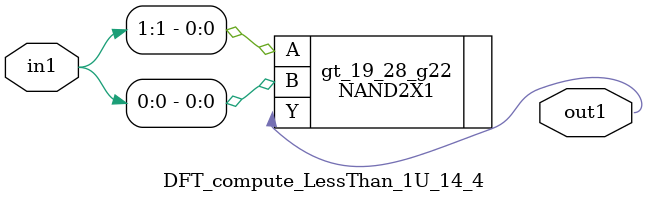
<source format=v>
`timescale 1ps / 1ps


module DFT_compute_LessThan_1U_14_4(in1, out1);
  input [1:0] in1;
  output out1;
  wire [1:0] in1;
  wire out1;
  NAND2X1 gt_19_28_g22(.A (in1[1]), .B (in1[0]), .Y (out1));
endmodule



</source>
